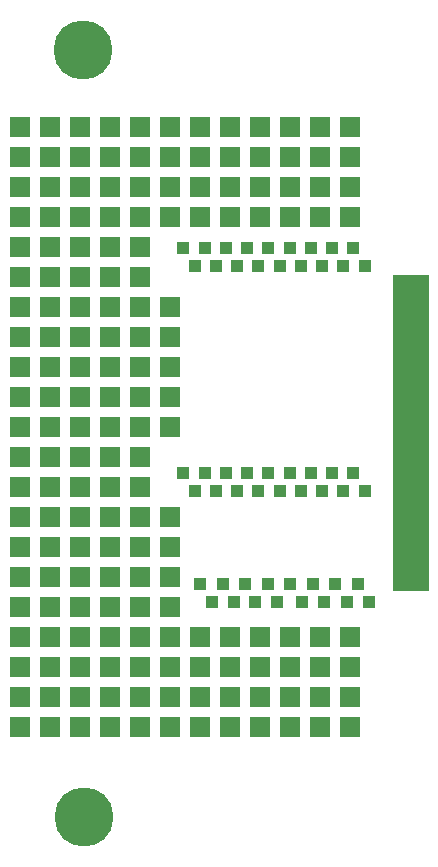
<source format=gts>
%TF.GenerationSoftware,KiCad,Pcbnew,8.0.4*%
%TF.CreationDate,2025-03-13T20:49:44+01:00*%
%TF.ProjectId,uconsole-expansion-card-template.kicad_pcb_2.54,75636f6e-736f-46c6-952d-657870616e73,0.1*%
%TF.SameCoordinates,Original*%
%TF.FileFunction,Soldermask,Top*%
%TF.FilePolarity,Negative*%
%FSLAX46Y46*%
G04 Gerber Fmt 4.6, Leading zero omitted, Abs format (unit mm)*
G04 Created by KiCad (PCBNEW 8.0.4) date 2025-03-13 20:49:44*
%MOMM*%
%LPD*%
G01*
G04 APERTURE LIST*
%ADD10C,0.100000*%
%ADD11R,1.700000X1.700000*%
%ADD12R,1.000000X1.000000*%
%ADD13C,5.000000*%
%ADD14R,2.300000X0.600000*%
G04 APERTURE END LIST*
%TO.C,U1*%
D10*
X115380400Y-86538000D02*
X118276000Y-86538000D01*
X118276000Y-113208000D01*
X115380400Y-113208000D01*
X115380400Y-86538000D01*
G36*
X115380400Y-86538000D02*
G01*
X118276000Y-86538000D01*
X118276000Y-113208000D01*
X115380400Y-113208000D01*
X115380400Y-86538000D01*
G37*
%TD*%
D11*
%TO.C,111*%
X83810000Y-112065000D03*
%TD*%
%TO.C,180*%
X111750000Y-117145000D03*
%TD*%
%TO.C,51*%
X101590000Y-81585000D03*
%TD*%
%TO.C,53*%
X106670000Y-81585000D03*
%TD*%
D12*
%TO.C,*%
X113335000Y-114224000D03*
%TD*%
D11*
%TO.C,64*%
X91430000Y-86665000D03*
%TD*%
%TO.C,48*%
X93970000Y-81585000D03*
%TD*%
%TO.C,*%
X83810000Y-73965000D03*
%TD*%
%TO.C,147*%
X96510000Y-109525000D03*
%TD*%
D12*
%TO.C,*%
X100000000Y-114224000D03*
%TD*%
%TO.C,*%
X97604000Y-84252000D03*
%TD*%
D11*
%TO.C,81*%
X83810000Y-96825000D03*
%TD*%
%TO.C,50*%
X99050000Y-81585000D03*
%TD*%
D12*
%TO.C,*%
X98554000Y-104826000D03*
%TD*%
D11*
%TO.C,12*%
X93970000Y-73965000D03*
%TD*%
%TO.C,171*%
X106670000Y-119685000D03*
%TD*%
%TO.C,102*%
X86350000Y-106985000D03*
%TD*%
D13*
%TO.C,H1*%
X89128800Y-67488000D03*
%TD*%
D11*
%TO.C,33*%
X86350000Y-79045000D03*
%TD*%
%TO.C,88*%
X88890000Y-99365000D03*
%TD*%
%TO.C,43*%
X111750000Y-79045000D03*
%TD*%
%TO.C,95*%
X93970000Y-101905000D03*
%TD*%
D12*
%TO.C,7*%
X110204000Y-103302000D03*
%TD*%
D11*
%TO.C,19*%
X111750000Y-73965000D03*
%TD*%
%TO.C,10*%
X88890000Y-73965000D03*
%TD*%
%TO.C,16*%
X104130000Y-73965000D03*
%TD*%
%TO.C,97*%
X86350000Y-104445000D03*
%TD*%
%TO.C,126*%
X83810000Y-119685000D03*
%TD*%
%TO.C,113*%
X88890000Y-112065000D03*
%TD*%
%TO.C,116*%
X83810000Y-114605000D03*
%TD*%
%TO.C,58*%
X88890000Y-84125000D03*
%TD*%
%TO.C,57*%
X86350000Y-84125000D03*
%TD*%
D12*
%TO.C,1*%
X100354000Y-104826000D03*
%TD*%
D11*
%TO.C,139*%
X91430000Y-124765000D03*
%TD*%
%TO.C,44*%
X83810000Y-81585000D03*
%TD*%
%TO.C,117*%
X86350000Y-114605000D03*
%TD*%
%TO.C,61*%
X83810000Y-86665000D03*
%TD*%
%TO.C,56*%
X83810000Y-84125000D03*
%TD*%
%TO.C,86*%
X83810000Y-99365000D03*
%TD*%
D12*
%TO.C,3*%
X103954000Y-104826000D03*
%TD*%
%TO.C,7*%
X111154000Y-85776000D03*
%TD*%
D11*
%TO.C,173*%
X106670000Y-124765000D03*
%TD*%
D12*
%TO.C,*%
X99011000Y-112678000D03*
%TD*%
D11*
%TO.C,156*%
X99050000Y-119685000D03*
%TD*%
D12*
%TO.C,8*%
X112004000Y-103302000D03*
%TD*%
D11*
%TO.C,118*%
X88890000Y-114605000D03*
%TD*%
%TO.C,138*%
X88890000Y-124765000D03*
%TD*%
D12*
%TO.C,3*%
X103004000Y-84252000D03*
%TD*%
%TO.C,*%
X101905000Y-114224000D03*
%TD*%
D11*
%TO.C,85*%
X93970000Y-96825000D03*
%TD*%
D12*
%TO.C,*%
X103705000Y-114224000D03*
%TD*%
%TO.C,*%
X110441000Y-112678000D03*
%TD*%
%TO.C,1*%
X100354000Y-85776000D03*
%TD*%
D11*
%TO.C,62*%
X86350000Y-86665000D03*
%TD*%
D12*
%TO.C,*%
X108536000Y-112678000D03*
%TD*%
%TO.C,4*%
X105754000Y-104826000D03*
%TD*%
D11*
%TO.C,93*%
X88890000Y-101905000D03*
%TD*%
D12*
%TO.C,5*%
X106604000Y-84252000D03*
%TD*%
D11*
%TO.C,136*%
X83810000Y-124765000D03*
%TD*%
D12*
%TO.C,5*%
X107554000Y-85776000D03*
%TD*%
D11*
%TO.C,176*%
X109210000Y-119685000D03*
%TD*%
%TO.C,23*%
X91430000Y-76505000D03*
%TD*%
%TO.C,108*%
X88890000Y-109525000D03*
%TD*%
%TO.C,63*%
X88890000Y-86665000D03*
%TD*%
%TO.C,182*%
X111750000Y-122225000D03*
%TD*%
D12*
%TO.C,*%
X100916000Y-112678000D03*
%TD*%
D11*
%TO.C,67*%
X86350000Y-89205000D03*
%TD*%
D12*
%TO.C,*%
X107620000Y-114224000D03*
%TD*%
%TO.C,7*%
X111154000Y-104826000D03*
%TD*%
D11*
%TO.C,177*%
X109210000Y-122225000D03*
%TD*%
%TO.C,168*%
X104130000Y-124765000D03*
%TD*%
%TO.C,89*%
X91430000Y-99365000D03*
%TD*%
%TO.C,30*%
X109210000Y-76505000D03*
%TD*%
D12*
%TO.C,*%
X105505000Y-114224000D03*
%TD*%
D11*
%TO.C,165*%
X104130000Y-117145000D03*
%TD*%
%TO.C,148*%
X96510000Y-112065000D03*
%TD*%
%TO.C,119*%
X91430000Y-114605000D03*
%TD*%
%TO.C,153*%
X96510000Y-124765000D03*
%TD*%
D12*
%TO.C,2*%
X101204000Y-103302000D03*
%TD*%
D11*
%TO.C,20*%
X83810000Y-76505000D03*
%TD*%
%TO.C,42*%
X109210000Y-79045000D03*
%TD*%
%TO.C,79*%
X91430000Y-94285000D03*
%TD*%
%TO.C,65*%
X93970000Y-86665000D03*
%TD*%
%TO.C,13*%
X96510000Y-73965000D03*
%TD*%
%TO.C,144*%
X96510000Y-91745000D03*
%TD*%
D12*
%TO.C,8*%
X112954000Y-104826000D03*
%TD*%
D11*
%TO.C,106*%
X83810000Y-109525000D03*
%TD*%
%TO.C,36*%
X93970000Y-79045000D03*
%TD*%
%TO.C,99*%
X91430000Y-104445000D03*
%TD*%
%TO.C,137*%
X86350000Y-124765000D03*
%TD*%
D12*
%TO.C,*%
X104726000Y-112678000D03*
%TD*%
%TO.C,8*%
X112004000Y-84252000D03*
%TD*%
D11*
%TO.C,71*%
X83810000Y-91745000D03*
%TD*%
%TO.C,123*%
X88890000Y-117145000D03*
%TD*%
%TO.C,14*%
X99050000Y-73965000D03*
%TD*%
%TO.C,105*%
X93970000Y-106985000D03*
%TD*%
D12*
%TO.C,4*%
X105754000Y-85776000D03*
%TD*%
D11*
%TO.C,46*%
X88890000Y-81585000D03*
%TD*%
%TO.C,15*%
X101590000Y-73965000D03*
%TD*%
D12*
%TO.C,2*%
X102154000Y-85776000D03*
%TD*%
D11*
%TO.C,68*%
X88890000Y-89205000D03*
%TD*%
D12*
%TO.C,6*%
X109354000Y-104826000D03*
%TD*%
D11*
%TO.C,167*%
X104130000Y-122225000D03*
%TD*%
%TO.C,76*%
X83810000Y-94285000D03*
%TD*%
%TO.C,80*%
X93970000Y-94285000D03*
%TD*%
%TO.C,91*%
X83810000Y-101905000D03*
%TD*%
%TO.C,160*%
X101590000Y-117145000D03*
%TD*%
%TO.C,98*%
X88890000Y-104445000D03*
%TD*%
%TO.C,154*%
X96510000Y-96825000D03*
%TD*%
%TO.C,155*%
X99050000Y-117145000D03*
%TD*%
D12*
%TO.C,*%
X97604000Y-103302000D03*
%TD*%
D11*
%TO.C,129*%
X91430000Y-119685000D03*
%TD*%
%TO.C,151*%
X96510000Y-119685000D03*
%TD*%
%TO.C,115*%
X93970000Y-112065000D03*
%TD*%
%TO.C,130*%
X93970000Y-119685000D03*
%TD*%
%TO.C,125*%
X93970000Y-117145000D03*
%TD*%
%TO.C,159*%
X96510000Y-99365000D03*
%TD*%
D12*
%TO.C,*%
X98554000Y-85776000D03*
%TD*%
D11*
%TO.C,22*%
X88890000Y-76505000D03*
%TD*%
%TO.C,84*%
X91430000Y-96825000D03*
%TD*%
%TO.C,87*%
X86350000Y-99365000D03*
%TD*%
%TO.C,134*%
X91430000Y-122225000D03*
%TD*%
%TO.C,128*%
X88890000Y-119685000D03*
%TD*%
D12*
%TO.C,*%
X106631000Y-112678000D03*
%TD*%
%TO.C,*%
X109525000Y-114224000D03*
%TD*%
D11*
%TO.C,21*%
X86350000Y-76505000D03*
%TD*%
D12*
%TO.C,3*%
X103004000Y-103302000D03*
%TD*%
D11*
%TO.C,158*%
X99050000Y-124765000D03*
%TD*%
%TO.C,183*%
X111750000Y-124765000D03*
%TD*%
D12*
%TO.C,4*%
X104804000Y-103302000D03*
%TD*%
D11*
%TO.C,100*%
X93970000Y-104445000D03*
%TD*%
%TO.C,133*%
X88890000Y-122225000D03*
%TD*%
%TO.C,181*%
X111750000Y-119685000D03*
%TD*%
%TO.C,131*%
X83810000Y-122225000D03*
%TD*%
%TO.C,9*%
X86350000Y-73965000D03*
%TD*%
%TO.C,132*%
X86350000Y-122225000D03*
%TD*%
%TO.C,35*%
X91430000Y-79045000D03*
%TD*%
D14*
%TO.C,U1*%
X116485000Y-111780000D03*
X116485000Y-110980000D03*
X116485000Y-110180000D03*
X116485000Y-109380000D03*
X116485000Y-108580000D03*
X116485000Y-107780000D03*
X116485000Y-106980000D03*
X116485000Y-106180000D03*
X116485000Y-102180000D03*
X116485000Y-101380000D03*
X116485000Y-100580000D03*
X116485000Y-99780000D03*
X116485000Y-98980000D03*
X116485000Y-98180000D03*
X116485000Y-97380000D03*
X116485000Y-96580000D03*
X116485000Y-95780000D03*
X116485000Y-94980000D03*
X116485000Y-94180000D03*
X116485000Y-93380000D03*
X116485000Y-92580000D03*
X116485000Y-91780000D03*
X116485000Y-90980000D03*
X116485000Y-90180000D03*
X116485000Y-89380000D03*
X116485000Y-88580000D03*
%TD*%
D11*
%TO.C,55*%
X111750000Y-81585000D03*
%TD*%
D13*
%TO.C,H2*%
X89205000Y-132385000D03*
%TD*%
D11*
%TO.C,127*%
X86350000Y-119685000D03*
%TD*%
D12*
%TO.C,5*%
X107554000Y-104826000D03*
%TD*%
D11*
%TO.C,78*%
X88890000Y-94285000D03*
%TD*%
D12*
%TO.C,2*%
X102154000Y-104826000D03*
%TD*%
D11*
%TO.C,59*%
X91430000Y-84125000D03*
%TD*%
%TO.C,40*%
X104130000Y-79045000D03*
%TD*%
%TO.C,54*%
X109210000Y-81585000D03*
%TD*%
%TO.C,25*%
X96510000Y-76505000D03*
%TD*%
%TO.C,24*%
X93970000Y-76505000D03*
%TD*%
%TO.C,28*%
X104130000Y-76505000D03*
%TD*%
%TO.C,109*%
X91430000Y-109525000D03*
%TD*%
%TO.C,152*%
X96510000Y-122225000D03*
%TD*%
%TO.C,92*%
X86350000Y-101905000D03*
%TD*%
%TO.C,11*%
X91430000Y-73965000D03*
%TD*%
%TO.C,77*%
X86350000Y-94285000D03*
%TD*%
%TO.C,114*%
X91430000Y-112065000D03*
%TD*%
%TO.C,94*%
X91430000Y-101905000D03*
%TD*%
%TO.C,143*%
X96510000Y-89205000D03*
%TD*%
D12*
%TO.C,1*%
X99404000Y-103302000D03*
%TD*%
D11*
%TO.C,170*%
X106670000Y-117145000D03*
%TD*%
%TO.C,66*%
X83810000Y-89205000D03*
%TD*%
D12*
%TO.C,6*%
X108404000Y-84252000D03*
%TD*%
%TO.C,8*%
X112954000Y-85776000D03*
%TD*%
D11*
%TO.C,175*%
X109210000Y-117145000D03*
%TD*%
%TO.C,178*%
X109210000Y-124765000D03*
%TD*%
%TO.C,90*%
X93970000Y-99365000D03*
%TD*%
%TO.C,32*%
X83810000Y-79045000D03*
%TD*%
%TO.C,107*%
X86350000Y-109525000D03*
%TD*%
%TO.C,83*%
X88890000Y-96825000D03*
%TD*%
%TO.C,112*%
X86350000Y-112065000D03*
%TD*%
%TO.C,146*%
X96510000Y-106985000D03*
%TD*%
%TO.C,122*%
X86350000Y-117145000D03*
%TD*%
%TO.C,166*%
X104130000Y-119685000D03*
%TD*%
D12*
%TO.C,*%
X111430000Y-114224000D03*
%TD*%
D11*
%TO.C,49*%
X96510000Y-81585000D03*
%TD*%
%TO.C,38*%
X99050000Y-79045000D03*
%TD*%
%TO.C,124*%
X91430000Y-117145000D03*
%TD*%
D12*
%TO.C,4*%
X104804000Y-84252000D03*
%TD*%
%TO.C,2*%
X101204000Y-84252000D03*
%TD*%
D11*
%TO.C,162*%
X101590000Y-122225000D03*
%TD*%
%TO.C,145*%
X96510000Y-94285000D03*
%TD*%
%TO.C,110*%
X93970000Y-109525000D03*
%TD*%
D12*
%TO.C,*%
X102821000Y-112678000D03*
%TD*%
%TO.C,6*%
X108404000Y-103302000D03*
%TD*%
D11*
%TO.C,140*%
X93970000Y-124765000D03*
%TD*%
D12*
%TO.C,5*%
X106604000Y-103302000D03*
%TD*%
D11*
%TO.C,82*%
X86350000Y-96825000D03*
%TD*%
%TO.C,73*%
X88890000Y-91745000D03*
%TD*%
%TO.C,74*%
X91430000Y-91745000D03*
%TD*%
%TO.C,101*%
X83810000Y-106985000D03*
%TD*%
D12*
%TO.C,3*%
X103954000Y-85776000D03*
%TD*%
%TO.C,7*%
X110204000Y-84252000D03*
%TD*%
D11*
%TO.C,75*%
X93970000Y-91745000D03*
%TD*%
%TO.C,34*%
X88890000Y-79045000D03*
%TD*%
%TO.C,41*%
X106670000Y-79045000D03*
%TD*%
%TO.C,135*%
X93970000Y-122225000D03*
%TD*%
D12*
%TO.C,*%
X112346000Y-112678000D03*
%TD*%
D11*
%TO.C,157*%
X99050000Y-122225000D03*
%TD*%
%TO.C,96*%
X83810000Y-104445000D03*
%TD*%
%TO.C,26*%
X99050000Y-76505000D03*
%TD*%
%TO.C,52*%
X104130000Y-81585000D03*
%TD*%
%TO.C,161*%
X101590000Y-119685000D03*
%TD*%
%TO.C,47*%
X91430000Y-81585000D03*
%TD*%
%TO.C,69*%
X91430000Y-89205000D03*
%TD*%
%TO.C,31*%
X111750000Y-76505000D03*
%TD*%
%TO.C,150*%
X96510000Y-117145000D03*
%TD*%
%TO.C,149*%
X96510000Y-114605000D03*
%TD*%
%TO.C,27*%
X101590000Y-76505000D03*
%TD*%
%TO.C,45*%
X86350000Y-81585000D03*
%TD*%
%TO.C,70*%
X93970000Y-89205000D03*
%TD*%
%TO.C,60*%
X93970000Y-84125000D03*
%TD*%
%TO.C,39*%
X101590000Y-79045000D03*
%TD*%
%TO.C,37*%
X96510000Y-79045000D03*
%TD*%
D12*
%TO.C,1*%
X99404000Y-84252000D03*
%TD*%
D11*
%TO.C,121*%
X83810000Y-117145000D03*
%TD*%
%TO.C,18*%
X109210000Y-73965000D03*
%TD*%
D12*
%TO.C,6*%
X109354000Y-85776000D03*
%TD*%
D11*
%TO.C,104*%
X91430000Y-106985000D03*
%TD*%
%TO.C,72*%
X86350000Y-91745000D03*
%TD*%
%TO.C,163*%
X101590000Y-124765000D03*
%TD*%
%TO.C,29*%
X106670000Y-76505000D03*
%TD*%
%TO.C,172*%
X106670000Y-122225000D03*
%TD*%
%TO.C,103*%
X88890000Y-106985000D03*
%TD*%
%TO.C,17*%
X106670000Y-73965000D03*
%TD*%
%TO.C,120*%
X93970000Y-114605000D03*
%TD*%
M02*

</source>
